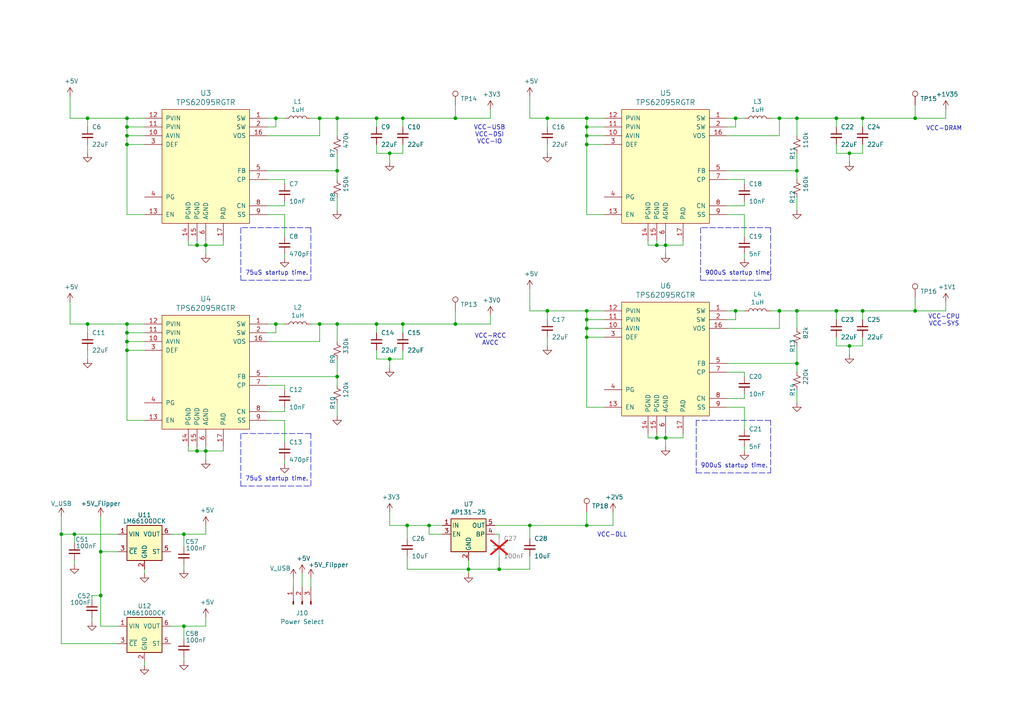
<source format=kicad_sch>
(kicad_sch (version 20231120) (generator "eeschema") (generator_version "8.0")
  (paper "A4")
  (lib_symbols
    (symbol "Connector:Conn_01x03_Pin" (pin_names (offset 1.016) hide)
      (property "Reference" "J" (at 0 5.08 0))
      (property "Value" "Conn_01x03_Pin" (at 0 -5.08 0))
      (symbol "Conn_01x03_Pin_1_1"
        (polyline (pts (xy 1.27 -2.54) (xy 0.8636 -2.54)) (stroke (width 0.1524)))
        (polyline (pts (xy 1.27 0) (xy 0.8636 0)) (stroke (width 0.1524)))
        (polyline (pts (xy 1.27 2.54) (xy 0.8636 2.54)) (stroke (width 0.1524)))
        (rectangle (start 0.8636 -2.413) (end 0 -2.667) (stroke (width 0.1524)) (fill (type outline)))
        (rectangle (start 0.8636 0.127) (end 0 -0.127) (stroke (width 0.1524)) (fill (type outline)))
        (rectangle (start 0.8636 2.667) (end 0 2.413) (stroke (width 0.1524)) (fill (type outline)))
        (pin passive line (at 5.08 2.54 180) (length 3.81) (name "Pin_1") (number "1"))
        (pin passive line (at 5.08 0 180) (length 3.81) (name "Pin_2") (number "2"))
        (pin passive line (at 5.08 -2.54 180) (length 3.81) (name "Pin_3") (number "3"))
      )
    )
    (symbol "Connector:TestPoint" (pin_numbers hide) (pin_names (offset 0.762) hide)
      (property "Reference" "TP" (at 0 6.858 0))
      (property "Value" "TestPoint" (at 0 5.08 0))
      (symbol "TestPoint_0_1"
        (circle (center 0 3.302) (radius 0.762))
      )
      (symbol "TestPoint_1_1"
        (pin passive line (at 0 0 90) (length 2.54) (name "1") (number "1"))
      )
    )
    (symbol "Device:C_Small" (pin_numbers hide) (pin_names (offset 0.254) hide)
      (property "Reference" "C" (at 0.254 1.778 0))
      (property "Value" "C_Small" (at 0.254 -2.032 0))
      (symbol "C_Small_0_1"
        (polyline (pts (xy -1.524 -0.508) (xy 1.524 -0.508)) (stroke (width 0.3302)))
        (polyline (pts (xy -1.524 0.508) (xy 1.524 0.508)) (stroke (width 0.3048)))
      )
      (symbol "C_Small_1_1"
        (pin passive line (at 0 2.54 270) (length 2.032) (name "~") (number "1"))
        (pin passive line (at 0 -2.54 90) (length 2.032) (name "~") (number "2"))
      )
    )
    (symbol "Device:L" (pin_numbers hide) (pin_names (offset 1.016) hide)
      (property "Reference" "L" (at -1.27 0 90))
      (property "Value" "L" (at 1.905 0 90))
      (symbol "L_0_1"
        (arc (start 0 -2.54) (mid 0.6323 -1.905) (end 0 -1.27))
        (arc (start 0 -1.27) (mid 0.6323 -0.635) (end 0 0))
        (arc (start 0 0) (mid 0.6323 0.635) (end 0 1.27))
        (arc (start 0 1.27) (mid 0.6323 1.905) (end 0 2.54))
      )
      (symbol "L_1_1"
        (pin passive line (at 0 3.81 270) (length 1.27) (name "1") (number "1"))
        (pin passive line (at 0 -3.81 90) (length 1.27) (name "2") (number "2"))
      )
    )
    (symbol "Device:R_Small_US" (pin_numbers hide) (pin_names (offset 0.254) hide)
      (property "Reference" "R" (at 0.762 0.508 0))
      (property "Value" "R_Small_US" (at 0.762 -1.016 0))
      (symbol "R_Small_US_1_1"
        (polyline (pts (xy 0 0) (xy 1.016 -0.381) (xy 0 -0.762) (xy -1.016 -1.143) (xy 0 -1.524)))
        (polyline (pts (xy 0 1.524) (xy 1.016 1.143) (xy 0 0.762) (xy -1.016 0.381) (xy 0 0)))
        (pin passive line (at 0 2.54 270) (length 1.016) (name "~") (number "1"))
        (pin passive line (at 0 -2.54 90) (length 1.016) (name "~") (number "2"))
      )
    )
    (symbol "Power_Management:LM66100DCK"
      (property "Reference" "U" (at -5.08 6.096 0))
      (property "Value" "LM66100DCK" (at 0.254 -6.35 0))
      (symbol "LM66100DCK_0_1"
        (rectangle (start -5.08 5.08) (end 5.08 -5.08) (stroke (width 0.254)) (fill (type background)))
      )
      (symbol "LM66100DCK_1_1"
        (pin power_in line (at -7.62 2.54 0) (length 2.54) (name "VIN") (number "1"))
        (pin power_in line (at 0 -7.62 90) (length 2.54) (name "GND") (number "2"))
        (pin input line (at -7.62 -2.54 0) (length 2.54) (name "~{CE}") (number "3"))
        (pin no_connect line (at 0 5.08 270) (length 2.54) hide (name "NC") (number "4"))
        (pin open_collector line (at 7.62 -2.54 180) (length 2.54) (name "ST") (number "5"))
        (pin power_out line (at 7.62 2.54 180) (length 2.54) (name "VOUT") (number "6"))
      )
    )
    (symbol "Regulator_Linear:AP131-25" (pin_names (offset 0.254))
      (property "Reference" "U" (at -3.81 5.715 0))
      (property "Value" "AP131-25" (at 0 5.715 0))
      (symbol "AP131-25_0_1"
        (rectangle (start -5.08 4.445) (end 5.08 -5.08) (stroke (width 0.254)) (fill (type background)))
      )
      (symbol "AP131-25_1_1"
        (pin power_in line (at -7.62 2.54 0) (length 2.54) (name "IN") (number "1"))
        (pin power_in line (at 0 -7.62 90) (length 2.54) (name "GND") (number "2"))
        (pin input line (at -7.62 0 0) (length 2.54) (name "EN") (number "3"))
        (pin input line (at 7.62 0 180) (length 2.54) (name "BP") (number "4"))
        (pin power_out line (at 7.62 2.54 180) (length 2.54) (name "OUT") (number "5"))
      )
    )
    (symbol "TI:TPS62095" (pin_names (offset 1.016))
      (property "Reference" "U" (at 0 6.35 0))
      (property "Value" "TPS62095" (at 0 3.81 0))
      (symbol "TPS62095_0_1"
        (rectangle (start -12.7 16.51) (end 12.7 -16.51) (fill (type background)))
      )
      (symbol "TPS62095_1_1"
        (pin bidirectional line (at 17.78 13.97 180) (length 5.08) (name "SW") (number "1"))
        (pin power_in line (at -17.78 8.89 0) (length 5.08) (name "AVIN") (number "10"))
        (pin power_in line (at -17.78 11.43 0) (length 5.08) (name "PVIN") (number "11"))
        (pin power_in line (at -17.78 13.97 0) (length 5.08) (name "PVIN") (number "12"))
        (pin input line (at -17.78 -13.97 0) (length 5.08) (name "EN") (number "13"))
        (pin power_in line (at -5.08 -21.59 90) (length 5.08) (name "PGND") (number "14"))
        (pin power_in line (at -2.54 -21.59 90) (length 5.08) (name "PGND") (number "15"))
        (pin input line (at 17.78 8.89 180) (length 5.08) (name "VOS") (number "16"))
        (pin power_in line (at 5.08 -21.59 90) (length 5.08) (name "PAD") (number "17"))
        (pin bidirectional line (at 17.78 11.43 180) (length 5.08) (name "SW") (number "2"))
        (pin input line (at -17.78 6.35 0) (length 5.08) (name "DEF") (number "3"))
        (pin open_collector line (at -17.78 -8.89 0) (length 5.08) (name "PG") (number "4"))
        (pin input line (at 17.78 -1.27 180) (length 5.08) (name "FB") (number "5"))
        (pin power_in line (at 0 -21.59 90) (length 5.08) (name "AGND") (number "6"))
        (pin bidirectional line (at 17.78 -3.81 180) (length 5.08) (name "CP") (number "7"))
        (pin bidirectional line (at 17.78 -11.43 180) (length 5.08) (name "CN") (number "8"))
        (pin input line (at 17.78 -13.97 180) (length 5.08) (name "SS") (number "9"))
      )
    )
    (symbol "hardware-rescue:+1V1-power" (power) (pin_names (offset 0))
      (property "Value" "power_+1V1" (at 0 3.556 0))
      (symbol "+1V1-power_0_1"
        (polyline (pts (xy -0.762 1.27) (xy 0 2.54)))
        (polyline (pts (xy 0 0) (xy 0 2.54)))
        (polyline (pts (xy 0 2.54) (xy 0.762 1.27)))
      )
      (symbol "+1V1-power_1_1"
        (pin power_in line (at 0 0 90) (length 0) hide (name "+1V1") (number "1"))
      )
    )
    (symbol "hardware-rescue:+1V35-power" (power) (pin_names (offset 0))
      (property "Value" "power_+1V35" (at 0 3.556 0))
      (symbol "+1V35-power_0_1"
        (polyline (pts (xy -0.762 1.27) (xy 0 2.54)))
        (polyline (pts (xy 0 0) (xy 0 2.54)))
        (polyline (pts (xy 0 2.54) (xy 0.762 1.27)))
      )
      (symbol "+1V35-power_1_1"
        (pin power_in line (at 0 0 90) (length 0) hide (name "+1V35") (number "1"))
      )
    )
    (symbol "hardware-rescue:+2V5-power" (power) (pin_names (offset 0))
      (property "Value" "power_+2V5" (at 0 3.556 0))
      (symbol "+2V5-power_0_1"
        (polyline (pts (xy -0.762 1.27) (xy 0 2.54)))
        (polyline (pts (xy 0 0) (xy 0 2.54)))
        (polyline (pts (xy 0 2.54) (xy 0.762 1.27)))
      )
      (symbol "+2V5-power_1_1"
        (pin power_in line (at 0 0 90) (length 0) hide (name "+2V5") (number "1"))
      )
    )
    (symbol "hardware-rescue:+3V0-power" (power) (pin_names (offset 0))
      (property "Value" "power_+3V0" (at 0 3.556 0))
      (symbol "+3V0-power_0_1"
        (polyline (pts (xy -0.762 1.27) (xy 0 2.54)))
        (polyline (pts (xy 0 0) (xy 0 2.54)))
        (polyline (pts (xy 0 2.54) (xy 0.762 1.27)))
      )
      (symbol "+3V0-power_1_1"
        (pin power_in line (at 0 0 90) (length 0) hide (name "+3V0") (number "1"))
      )
    )
    (symbol "hardware-rescue:+3V3-power" (power) (pin_names (offset 0))
      (property "Value" "power_+3V3" (at 0 3.556 0))
      (symbol "+3V3-power_0_1"
        (polyline (pts (xy -0.762 1.27) (xy 0 2.54)))
        (polyline (pts (xy 0 0) (xy 0 2.54)))
        (polyline (pts (xy 0 2.54) (xy 0.762 1.27)))
      )
      (symbol "+3V3-power_1_1"
        (pin power_in line (at 0 0 90) (length 0) hide (name "+3V3") (number "1"))
      )
    )
    (symbol "hardware-rescue:+5V-power" (power) (pin_names (offset 0))
      (property "Value" "power_+5V" (at 0 3.556 0))
      (symbol "+5V-power_0_1"
        (polyline (pts (xy -0.762 1.27) (xy 0 2.54)))
        (polyline (pts (xy 0 0) (xy 0 2.54)))
        (polyline (pts (xy 0 2.54) (xy 0.762 1.27)))
      )
      (symbol "+5V-power_1_1"
        (pin power_in line (at 0 0 90) (length 0) hide (name "+5V") (number "1"))
      )
    )
    (symbol "hardware-rescue:GND-power" (power) (pin_names (offset 0))
      (property "Value" "power_GND" (at 0 -3.81 0))
      (symbol "GND-power_0_1"
        (polyline (pts (xy 0 0) (xy 0 -1.27) (xy 1.27 -1.27) (xy 0 -2.54) (xy -1.27 -1.27) (xy 0 -1.27)))
      )
      (symbol "GND-power_1_1"
        (pin power_in line (at 0 0 270) (length 0) hide (name "GND") (number "1"))
      )
    )
    (symbol "power:+5V" (power) (pin_names (offset 0))
      (property "Value" "+5V" (at 0 3.556 0))
      (symbol "+5V_0_1"
        (polyline (pts (xy -0.762 1.27) (xy 0 2.54)))
        (polyline (pts (xy 0 0) (xy 0 2.54)))
        (polyline (pts (xy 0 2.54) (xy 0.762 1.27)))
      )
      (symbol "+5V_1_1"
        (pin power_in line (at 0 0 90) (length 0) hide (name "+5V") (number "1"))
      )
    )
  )
  (junction (at 231.14 90.17))
  (junction (at 21.59 154.94))
  (junction (at 170.18 36.83))
  (junction (at 92.71 93.98))
  (junction (at 59.69 71.12))
  (junction (at 158.75 34.29))
  (junction (at 190.5 127))
  (junction (at 36.83 36.83))
  (junction (at 250.19 90.17))
  (junction (at 97.79 93.98))
  (junction (at 57.15 71.12))
  (junction (at 124.46 152.4))
  (junction (at 25.4 34.29))
  (junction (at 36.83 41.91))
  (junction (at 193.04 127))
  (junction (at 226.06 90.17))
  (junction (at 231.14 105.41))
  (junction (at 92.71 34.29))
  (junction (at 265.43 34.29))
  (junction (at 170.18 97.79))
  (junction (at 36.83 34.29))
  (junction (at 97.79 49.53))
  (junction (at 170.18 39.37))
  (junction (at 25.4 93.98))
  (junction (at 170.18 95.25))
  (junction (at 265.43 90.17))
  (junction (at 109.22 34.29))
  (junction (at 153.67 152.4))
  (junction (at 242.57 34.29))
  (junction (at 116.84 34.29))
  (junction (at 158.75 90.17))
  (junction (at 53.34 181.61))
  (junction (at 97.79 34.29))
  (junction (at 113.03 104.14))
  (junction (at 118.11 152.4))
  (junction (at 116.84 93.98))
  (junction (at 135.89 165.1))
  (junction (at 59.69 130.81))
  (junction (at 53.34 154.94))
  (junction (at 242.57 90.17))
  (junction (at 57.15 130.81))
  (junction (at 97.79 109.22))
  (junction (at 36.83 39.37))
  (junction (at 36.83 93.98))
  (junction (at 190.5 71.12))
  (junction (at 250.19 34.29))
  (junction (at 29.21 172.72))
  (junction (at 226.06 34.29))
  (junction (at 170.18 90.17))
  (junction (at 29.21 160.02))
  (junction (at 113.03 44.45))
  (junction (at 36.83 101.6))
  (junction (at 170.18 152.4))
  (junction (at 80.01 93.98))
  (junction (at 17.78 154.94))
  (junction (at 213.36 90.17))
  (junction (at 144.78 165.1))
  (junction (at 109.22 93.98))
  (junction (at 132.08 34.29))
  (junction (at 213.36 34.29))
  (junction (at 231.14 49.53))
  (junction (at 246.38 100.33))
  (junction (at 246.38 44.45))
  (junction (at 132.08 93.98))
  (junction (at 80.01 34.29))
  (junction (at 36.83 96.52))
  (junction (at 170.18 92.71))
  (junction (at 231.14 34.29))
  (junction (at 193.04 71.12))
  (junction (at 170.18 34.29))
  (junction (at 170.18 41.91))
  (junction (at 36.83 99.06))
  (wire (pts (xy 210.82 52.07) (xy 215.9 52.07)))
  (wire (pts (xy 198.12 71.12) (xy 198.12 69.85)))
  (wire (pts (xy 109.22 93.98) (xy 116.84 93.98)))
  (wire (pts (xy 135.89 166.37) (xy 135.89 165.1)))
  (wire (pts (xy 36.83 121.92) (xy 41.91 121.92)))
  (wire (pts (xy 77.47 109.22) (xy 97.79 109.22)))
  (wire (pts (xy 213.36 92.71) (xy 213.36 90.17)))
  (wire (pts (xy 128.27 152.4) (xy 124.46 152.4)))
  (wire (pts (xy 82.55 134.62) (xy 82.55 133.35)))
  (wire (pts (xy 213.36 90.17) (xy 210.82 90.17)))
  (wire (pts (xy 274.32 34.29) (xy 274.32 31.75)))
  (wire (pts (xy 109.22 44.45) (xy 113.03 44.45)))
  (wire (pts (xy 124.46 154.94) (xy 124.46 152.4)))
  (wire (pts (xy 158.75 41.91) (xy 158.75 44.45)))
  (wire (pts (xy 36.83 96.52) (xy 36.83 99.06)))
  (wire (pts (xy 170.18 90.17) (xy 170.18 92.71)))
  (wire (pts (xy 36.83 39.37) (xy 41.91 39.37)))
  (wire (pts (xy 250.19 100.33) (xy 250.19 97.79)))
  (wire (pts (xy 59.69 130.81) (xy 59.69 133.35)))
  (wire (pts (xy 153.67 27.94) (xy 153.67 34.29)))
  (wire (pts (xy 59.69 71.12) (xy 59.69 73.66)))
  (wire (pts (xy 97.79 52.07) (xy 97.79 49.53)))
  (wire (pts (xy 223.52 34.29) (xy 226.06 34.29)))
  (wire (pts (xy 36.83 34.29) (xy 41.91 34.29)))
  (polyline (pts (xy 223.52 121.92) (xy 201.93 121.92)) (stroke (width 0) (type dash)))
  (wire (pts (xy 36.83 36.83) (xy 36.83 39.37)))
  (wire (pts (xy 77.47 49.53) (xy 97.79 49.53)))
  (wire (pts (xy 142.24 93.98) (xy 142.24 91.44)))
  (wire (pts (xy 153.67 165.1) (xy 144.78 165.1)))
  (wire (pts (xy 226.06 39.37) (xy 226.06 34.29)))
  (wire (pts (xy 97.79 39.37) (xy 97.79 34.29)))
  (wire (pts (xy 153.67 90.17) (xy 158.75 90.17)))
  (wire (pts (xy 153.67 34.29) (xy 158.75 34.29)))
  (wire (pts (xy 132.08 34.29) (xy 132.08 30.48)))
  (wire (pts (xy 21.59 154.94) (xy 34.29 154.94)))
  (wire (pts (xy 210.82 59.69) (xy 215.9 59.69)))
  (wire (pts (xy 215.9 62.23) (xy 215.9 68.58)))
  (wire (pts (xy 59.69 152.4) (xy 59.69 154.94)))
  (wire (pts (xy 170.18 152.4) (xy 177.8 152.4)))
  (wire (pts (xy 20.32 27.94) (xy 20.32 34.29)))
  (wire (pts (xy 53.34 191.77) (xy 53.34 190.5)))
  (wire (pts (xy 64.77 71.12) (xy 64.77 69.85)))
  (wire (pts (xy 29.21 149.86) (xy 29.21 160.02)))
  (wire (pts (xy 54.61 130.81) (xy 57.15 130.81)))
  (wire (pts (xy 226.06 34.29) (xy 231.14 34.29)))
  (wire (pts (xy 77.47 96.52) (xy 80.01 96.52)))
  (wire (pts (xy 77.47 119.38) (xy 82.55 119.38)))
  (wire (pts (xy 97.79 60.96) (xy 97.79 57.15)))
  (wire (pts (xy 246.38 44.45) (xy 246.38 46.99)))
  (wire (pts (xy 25.4 36.83) (xy 25.4 34.29)))
  (wire (pts (xy 109.22 104.14) (xy 113.03 104.14)))
  (wire (pts (xy 109.22 34.29) (xy 116.84 34.29)))
  (wire (pts (xy 170.18 97.79) (xy 175.26 97.79)))
  (polyline (pts (xy 90.17 125.73) (xy 69.85 125.73)) (stroke (width 0) (type dash)))
  (wire (pts (xy 153.67 161.29) (xy 153.67 165.1)))
  (wire (pts (xy 77.47 39.37) (xy 92.71 39.37)))
  (wire (pts (xy 213.36 90.17) (xy 215.9 90.17)))
  (wire (pts (xy 17.78 186.69) (xy 34.29 186.69)))
  (wire (pts (xy 143.51 154.94) (xy 144.78 154.94)))
  (wire (pts (xy 29.21 160.02) (xy 34.29 160.02)))
  (wire (pts (xy 242.57 97.79) (xy 242.57 100.33)))
  (wire (pts (xy 231.14 39.37) (xy 231.14 34.29)))
  (wire (pts (xy 82.55 62.23) (xy 82.55 68.58)))
  (wire (pts (xy 213.36 34.29) (xy 215.9 34.29)))
  (wire (pts (xy 231.14 60.96) (xy 231.14 57.15)))
  (wire (pts (xy 116.84 104.14) (xy 116.84 101.6)))
  (polyline (pts (xy 203.2 66.04) (xy 203.2 81.28)) (stroke (width 0) (type dash)))
  (wire (pts (xy 59.69 179.07) (xy 59.69 181.61)))
  (wire (pts (xy 53.34 181.61) (xy 59.69 181.61)))
  (wire (pts (xy 190.5 69.85) (xy 190.5 71.12)))
  (wire (pts (xy 57.15 69.85) (xy 57.15 71.12)))
  (polyline (pts (xy 69.85 140.97) (xy 90.17 140.97)) (stroke (width 0) (type dash)))
  (wire (pts (xy 25.4 96.52) (xy 25.4 93.98)))
  (wire (pts (xy 250.19 44.45) (xy 250.19 41.91)))
  (polyline (pts (xy 223.52 66.04) (xy 203.2 66.04)) (stroke (width 0) (type dash)))
  (wire (pts (xy 36.83 62.23) (xy 41.91 62.23)))
  (wire (pts (xy 210.82 39.37) (xy 226.06 39.37)))
  (wire (pts (xy 77.47 36.83) (xy 80.01 36.83)))
  (wire (pts (xy 170.18 41.91) (xy 175.26 41.91)))
  (wire (pts (xy 77.47 59.69) (xy 82.55 59.69)))
  (wire (pts (xy 109.22 36.83) (xy 109.22 34.29)))
  (wire (pts (xy 20.32 34.29) (xy 25.4 34.29)))
  (wire (pts (xy 190.5 127) (xy 193.04 127)))
  (wire (pts (xy 265.43 34.29) (xy 265.43 30.48)))
  (wire (pts (xy 77.47 99.06) (xy 92.71 99.06)))
  (polyline (pts (xy 203.2 81.28) (xy 223.52 81.28)) (stroke (width 0) (type dash)))
  (wire (pts (xy 29.21 172.72) (xy 29.21 181.61)))
  (wire (pts (xy 170.18 92.71) (xy 170.18 95.25)))
  (polyline (pts (xy 90.17 81.28) (xy 90.17 66.04)) (stroke (width 0) (type dash)))
  (wire (pts (xy 231.14 90.17) (xy 242.57 90.17)))
  (wire (pts (xy 80.01 93.98) (xy 77.47 93.98)))
  (wire (pts (xy 57.15 71.12) (xy 59.69 71.12)))
  (wire (pts (xy 158.75 36.83) (xy 158.75 34.29)))
  (wire (pts (xy 97.79 111.76) (xy 97.79 109.22)))
  (wire (pts (xy 82.55 119.38) (xy 82.55 118.11)))
  (wire (pts (xy 80.01 34.29) (xy 82.55 34.29)))
  (wire (pts (xy 170.18 92.71) (xy 175.26 92.71)))
  (wire (pts (xy 80.01 93.98) (xy 82.55 93.98)))
  (wire (pts (xy 82.55 121.92) (xy 82.55 128.27)))
  (wire (pts (xy 242.57 44.45) (xy 246.38 44.45)))
  (wire (pts (xy 116.84 34.29) (xy 132.08 34.29)))
  (wire (pts (xy 97.79 99.06) (xy 97.79 93.98)))
  (wire (pts (xy 36.83 39.37) (xy 36.83 41.91)))
  (wire (pts (xy 242.57 34.29) (xy 250.19 34.29)))
  (wire (pts (xy 54.61 69.85) (xy 54.61 71.12)))
  (wire (pts (xy 92.71 39.37) (xy 92.71 34.29)))
  (wire (pts (xy 77.47 62.23) (xy 82.55 62.23)))
  (wire (pts (xy 20.32 93.98) (xy 25.4 93.98)))
  (wire (pts (xy 187.96 125.73) (xy 187.96 127)))
  (wire (pts (xy 36.83 34.29) (xy 36.83 36.83)))
  (wire (pts (xy 118.11 152.4) (xy 113.03 152.4)))
  (wire (pts (xy 97.79 104.14) (xy 97.79 109.22)))
  (wire (pts (xy 170.18 118.11) (xy 175.26 118.11)))
  (wire (pts (xy 223.52 90.17) (xy 226.06 90.17)))
  (wire (pts (xy 250.19 34.29) (xy 265.43 34.29)))
  (wire (pts (xy 210.82 115.57) (xy 215.9 115.57)))
  (polyline (pts (xy 69.85 66.04) (xy 69.85 81.28)) (stroke (width 0) (type dash)))
  (wire (pts (xy 54.61 129.54) (xy 54.61 130.81)))
  (wire (pts (xy 41.91 191.77) (xy 41.91 193.04)))
  (wire (pts (xy 85.09 167.64) (xy 85.09 170.18)))
  (wire (pts (xy 250.19 36.83) (xy 250.19 34.29)))
  (wire (pts (xy 64.77 130.81) (xy 64.77 129.54)))
  (wire (pts (xy 158.75 90.17) (xy 170.18 90.17)))
  (wire (pts (xy 87.63 166.37) (xy 87.63 170.18)))
  (wire (pts (xy 153.67 152.4) (xy 153.67 156.21)))
  (wire (pts (xy 113.03 152.4) (xy 113.03 148.59)))
  (wire (pts (xy 92.71 34.29) (xy 97.79 34.29)))
  (wire (pts (xy 113.03 44.45) (xy 113.03 46.99)))
  (wire (pts (xy 231.14 100.33) (xy 231.14 105.41)))
  (wire (pts (xy 231.14 52.07) (xy 231.14 49.53)))
  (wire (pts (xy 170.18 152.4) (xy 170.18 148.59)))
  (wire (pts (xy 193.04 125.73) (xy 193.04 127)))
  (polyline (pts (xy 69.85 81.28) (xy 90.17 81.28)) (stroke (width 0) (type dash)))
  (wire (pts (xy 170.18 62.23) (xy 170.18 41.91)))
  (wire (pts (xy 116.84 36.83) (xy 116.84 34.29)))
  (wire (pts (xy 265.43 90.17) (xy 274.32 90.17)))
  (wire (pts (xy 132.08 93.98) (xy 142.24 93.98)))
  (wire (pts (xy 135.89 165.1) (xy 135.89 162.56)))
  (wire (pts (xy 226.06 90.17) (xy 231.14 90.17)))
  (wire (pts (xy 113.03 104.14) (xy 113.03 106.68)))
  (wire (pts (xy 265.43 34.29) (xy 274.32 34.29)))
  (wire (pts (xy 265.43 90.17) (xy 265.43 86.36)))
  (wire (pts (xy 36.83 99.06) (xy 41.91 99.06)))
  (wire (pts (xy 36.83 99.06) (xy 36.83 101.6)))
  (wire (pts (xy 36.83 41.91) (xy 41.91 41.91)))
  (wire (pts (xy 25.4 41.91) (xy 25.4 44.45)))
  (wire (pts (xy 215.9 118.11) (xy 215.9 124.46)))
  (wire (pts (xy 231.14 95.25) (xy 231.14 90.17)))
  (wire (pts (xy 59.69 129.54) (xy 59.69 130.81)))
  (wire (pts (xy 215.9 59.69) (xy 215.9 58.42)))
  (wire (pts (xy 153.67 83.82) (xy 153.67 90.17)))
  (wire (pts (xy 153.67 152.4) (xy 170.18 152.4)))
  (wire (pts (xy 193.04 69.85) (xy 193.04 71.12)))
  (wire (pts (xy 53.34 154.94) (xy 59.69 154.94)))
  (wire (pts (xy 20.32 87.63) (xy 20.32 93.98)))
  (wire (pts (xy 25.4 101.6) (xy 25.4 104.14)))
  (wire (pts (xy 90.17 167.64) (xy 90.17 170.18)))
  (wire (pts (xy 246.38 100.33) (xy 250.19 100.33)))
  (wire (pts (xy 215.9 130.81) (xy 215.9 129.54)))
  (wire (pts (xy 17.78 149.86) (xy 17.78 154.94)))
  (wire (pts (xy 82.55 74.93) (xy 82.55 73.66)))
  (wire (pts (xy 59.69 130.81) (xy 64.77 130.81)))
  (wire (pts (xy 210.82 92.71) (xy 213.36 92.71)))
  (wire (pts (xy 231.14 44.45) (xy 231.14 49.53)))
  (wire (pts (xy 210.82 95.25) (xy 226.06 95.25)))
  (wire (pts (xy 109.22 41.91) (xy 109.22 44.45)))
  (wire (pts (xy 210.82 62.23) (xy 215.9 62.23)))
  (wire (pts (xy 193.04 127) (xy 193.04 129.54)))
  (wire (pts (xy 49.53 181.61) (xy 53.34 181.61)))
  (wire (pts (xy 231.14 34.29) (xy 242.57 34.29)))
  (polyline (pts (xy 69.85 125.73) (xy 69.85 140.97)) (stroke (width 0) (type dash)))
  (wire (pts (xy 57.15 130.81) (xy 59.69 130.81)))
  (wire (pts (xy 116.84 44.45) (xy 116.84 41.91)))
  (wire (pts (xy 29.21 181.61) (xy 34.29 181.61)))
  (wire (pts (xy 242.57 36.83) (xy 242.57 34.29)))
  (wire (pts (xy 36.83 93.98) (xy 41.91 93.98)))
  (wire (pts (xy 77.47 121.92) (xy 82.55 121.92)))
  (wire (pts (xy 170.18 36.83) (xy 170.18 39.37)))
  (wire (pts (xy 210.82 118.11) (xy 215.9 118.11)))
  (wire (pts (xy 109.22 96.52) (xy 109.22 93.98)))
  (wire (pts (xy 82.55 111.76) (xy 82.55 113.03)))
  (wire (pts (xy 198.12 127) (xy 198.12 125.73)))
  (wire (pts (xy 36.83 101.6) (xy 41.91 101.6)))
  (wire (pts (xy 143.51 152.4) (xy 153.67 152.4)))
  (wire (pts (xy 53.34 154.94) (xy 53.34 158.75)))
  (wire (pts (xy 210.82 105.41) (xy 231.14 105.41)))
  (wire (pts (xy 190.5 71.12) (xy 193.04 71.12)))
  (wire (pts (xy 210.82 49.53) (xy 231.14 49.53)))
  (wire (pts (xy 215.9 115.57) (xy 215.9 114.3)))
  (wire (pts (xy 113.03 44.45) (xy 116.84 44.45)))
  (polyline (pts (xy 201.93 137.16) (xy 223.52 137.16)) (stroke (width 0) (type dash)))
  (polyline (pts (xy 201.93 121.92) (xy 201.93 137.16)) (stroke (width 0) (type dash)))
  (wire (pts (xy 97.79 93.98) (xy 109.22 93.98)))
  (wire (pts (xy 242.57 90.17) (xy 250.19 90.17)))
  (wire (pts (xy 118.11 156.21) (xy 118.11 152.4)))
  (wire (pts (xy 29.21 160.02) (xy 29.21 172.72)))
  (wire (pts (xy 118.11 165.1) (xy 118.11 161.29)))
  (wire (pts (xy 109.22 101.6) (xy 109.22 104.14)))
  (polyline (pts (xy 90.17 66.04) (xy 69.85 66.04)) (stroke (width 0) (type dash)))
  (wire (pts (xy 242.57 100.33) (xy 246.38 100.33)))
  (wire (pts (xy 59.69 71.12) (xy 64.77 71.12)))
  (wire (pts (xy 132.08 34.29) (xy 142.24 34.29)))
  (wire (pts (xy 90.17 93.98) (xy 92.71 93.98)))
  (wire (pts (xy 92.71 99.06) (xy 92.71 93.98)))
  (wire (pts (xy 36.83 121.92) (xy 36.83 101.6)))
  (polyline (pts (xy 223.52 81.28) (xy 223.52 66.04)) (stroke (width 0) (type dash)))
  (wire (pts (xy 97.79 34.29) (xy 109.22 34.29)))
  (wire (pts (xy 77.47 52.07) (xy 82.55 52.07)))
  (wire (pts (xy 142.24 34.29) (xy 142.24 31.75)))
  (wire (pts (xy 26.67 172.72) (xy 29.21 172.72)))
  (wire (pts (xy 213.36 36.83) (xy 213.36 34.29)))
  (wire (pts (xy 231.14 107.95) (xy 231.14 105.41)))
  (wire (pts (xy 54.61 71.12) (xy 57.15 71.12)))
  (wire (pts (xy 53.34 181.61) (xy 53.34 185.42)))
  (wire (pts (xy 21.59 154.94) (xy 21.59 157.48)))
  (wire (pts (xy 135.89 165.1) (xy 118.11 165.1)))
  (wire (pts (xy 92.71 93.98) (xy 97.79 93.98)))
  (wire (pts (xy 170.18 39.37) (xy 170.18 41.91)))
  (wire (pts (xy 116.84 96.52) (xy 116.84 93.98)))
  (wire (pts (xy 25.4 34.29) (xy 36.83 34.29)))
  (wire (pts (xy 21.59 163.83) (xy 21.59 162.56)))
  (wire (pts (xy 250.19 90.17) (xy 265.43 90.17)))
  (wire (pts (xy 36.83 93.98) (xy 36.83 96.52)))
  (wire (pts (xy 57.15 129.54) (xy 57.15 130.81)))
  (wire (pts (xy 128.27 154.94) (xy 124.46 154.94)))
  (wire (pts (xy 170.18 90.17) (xy 175.26 90.17)))
  (polyline (pts (xy 90.17 140.97) (xy 90.17 125.73)) (stroke (width 0) (type dash)))
  (wire (pts (xy 170.18 95.25) (xy 175.26 95.25)))
  (wire (pts (xy 170.18 36.83) (xy 175.26 36.83)))
  (wire (pts (xy 246.38 44.45) (xy 250.19 44.45)))
  (wire (pts (xy 170.18 62.23) (xy 175.26 62.23)))
  (wire (pts (xy 82.55 59.69) (xy 82.55 58.42)))
  (wire (pts (xy 187.96 69.85) (xy 187.96 71.12)))
  (wire (pts (xy 170.18 118.11) (xy 170.18 97.79)))
  (wire (pts (xy 215.9 74.93) (xy 215.9 73.66)))
  (wire (pts (xy 170.18 95.25) (xy 170.18 97.79)))
  (wire (pts (xy 59.69 69.85) (xy 59.69 71.12)))
  (wire (pts (xy 187.96 127) (xy 190.5 127)))
  (wire (pts (xy 26.67 172.72) (xy 26.67 173.99)))
  (wire (pts (xy 215.9 52.07) (xy 215.9 53.34)))
  (wire (pts (xy 170.18 34.29) (xy 170.18 36.83)))
  (wire (pts (xy 17.78 154.94) (xy 21.59 154.94)))
  (wire (pts (xy 144.78 161.29) (xy 144.78 165.1)))
  (wire (pts (xy 80.01 34.29) (xy 77.47 34.29)))
  (wire (pts (xy 158.75 34.29) (xy 170.18 34.29)))
  (wire (pts (xy 90.17 34.29) (xy 92.71 34.29)))
  (wire (pts (xy 17.78 154.94) (xy 17.78 186.69)))
  (wire (pts (xy 170.18 39.37) (xy 175.26 39.37)))
  (wire (pts (xy 144.78 154.94) (xy 144.78 156.21)))
  (wire (pts (xy 116.84 93.98) (xy 132.08 93.98)))
  (wire (pts (xy 242.57 41.91) (xy 242.57 44.45)))
  (wire (pts (xy 49.53 154.94) (xy 53.34 154.94)))
  (wire (pts (xy 97.79 44.45) (xy 97.79 49.53)))
  (wire (pts (xy 190.5 125.73) (xy 190.5 127)))
  (wire (pts (xy 210.82 107.95) (xy 215.9 107.95)))
  (wire (pts (xy 80.01 96.52) (xy 80.01 93.98)))
  (wire (pts (xy 210.82 36.83) (xy 213.36 36.83)))
  (wire (pts (xy 250.19 92.71) (xy 250.19 90.17)))
  (wire (pts (xy 193.04 71.12) (xy 193.04 73.66)))
  (wire (pts (xy 226.06 95.25) (xy 226.06 90.17)))
  (wire (pts (xy 193.04 71.12) (xy 198.12 71.12)))
  (wire (pts (xy 246.38 100.33) (xy 246.38 102.87)))
  (wire (pts (xy 26.67 180.34) (xy 26.67 179.07)))
  (wire (pts (xy 36.83 62.23) (xy 36.83 41.91)))
  (wire (pts (xy 213.36 34.29) (xy 210.82 34.29)))
  (wire (pts (xy 113.03 104.14) (xy 116.84 104.14)))
  (wire (pts (xy 158.75 97.79) (xy 158.75 100.33)))
  (wire (pts (xy 82.55 52.07) (xy 82.55 53.34)))
  (wire (pts (xy 231.14 116.84) (xy 231.14 113.03)))
  (wire (pts (xy 97.79 120.65) (xy 97.79 116.84)))
  (wire (pts (xy 193.04 127) (xy 198.12 127)))
  (wire (pts (xy 132.08 93.98) (xy 132.08 90.17)))
  (wire (pts (xy 53.34 165.1) (xy 53.34 163.83)))
  (polyline (pts (xy 223.52 137.16) (xy 223.52 121.92)) (stroke (width 0) (type dash)))
  (wire (pts (xy 177.8 152.4) (xy 177.8 148.59)))
  (wire (pts (xy 274.32 90.17) (xy 274.32 87.63)))
  (wire (pts (xy 215.9 107.95) (xy 215.9 109.22)))
  (wire (pts (xy 25.4 93.98) (xy 36.83 93.98)))
  (wire (pts (xy 41.91 165.1) (xy 41.91 166.37)))
  (wire (pts (xy 158.75 92.71) (xy 158.75 90.17)))
  (wire (pts (xy 36.83 36.83) (xy 41.91 36.83)))
  (wire (pts (xy 36.83 96.52) (xy 41.91 96.52)))
  (wire (pts (xy 77.47 111.76) (xy 82.55 111.76)))
  (wire (pts (xy 80.01 36.83) (xy 80.01 34.29)))
  (wire (pts (xy 242.57 92.71) (xy 242.57 90.17)))
  (wire (pts (xy 187.96 71.12) (xy 190.5 71.12)))
  (wire (pts (xy 124.46 152.4) (xy 118.11 152.4)))
  (wire (pts (xy 170.18 34.29) (xy 175.26 34.29)))
  (wire (pts (xy 144.78 165.1) (xy 135.89 165.1)))
  (text "900uS startup time." (at 203.2 135.89 0) (effects (font (size 1.27 1.27)) (justify left bottom)))
  (text "VCC-DRAM" (at 273.812 37.338 0) (effects (font (size 1.27 1.27))))
  (text "VCC-USB\nVCC-DSI\nVCC-IO" (at 141.986 39.116 0) (effects (font (size 1.27 1.27))))
  (text "900uS startup time." (at 204.47 80.01 0) (effects (font (size 1.27 1.27)) (justify left bottom)))
  (text "VCC-CPU\nVCC-SYS" (at 273.812 92.964 0) (effects (font (size 1.27 1.27))))
  (text "VCC-RCC\nAVCC" (at 142.24 98.552 0) (effects (font (size 1.27 1.27))))
  (text "75uS startup time." (at 71.12 139.7 0) (effects (font (size 1.27 1.27)) (justify left bottom)))
  (text "75uS startup time." (at 71.12 80.01 0) (effects (font (size 1.27 1.27)) (justify left bottom)))
  (text "VCC-DLL" (at 177.546 155.194 0) (effects (font (size 1.27 1.27))))
  (symbol (lib_id "Device:C_Small") (at 53.34 161.29 0) (unit 1)
    (property "Reference" "C57" (at 53.721 157.099 0) (effects (justify left)))
    (property "Value" "100nF" (at 53.848 159.004 0) (effects (justify left)))
    (property "Footprint" "Capacitor_SMD:C_0402_1005Metric" (effects (hide yes)))
    (property "MPN" "CC0402KRX7R7BB104" (effects (hide yes)))
  )
  (symbol (lib_id "Device:C_Small") (at 82.55 55.88 0) (unit 1)
    (property "Reference" "C7" (at 83.82 53.34 0) (effects (justify left)))
    (property "Value" "10nF" (at 83.82 58.42 0) (effects (justify left)))
    (property "Footprint" "Capacitor_SMD:C_0402_1005Metric" (effects (hide yes)))
    (property "MPN" "CL05B103KB5NNNC" (effects (hide yes)))
  )
  (symbol (lib_id "hardware-rescue:GND-power") (at 59.69 73.66 0) (unit 1)
    (property "Reference" "#PWR018" (effects (hide yes)))
    (property "Value" "GND" (effects (hide yes)))
  )
  (symbol (lib_id "power:+5V") (at 59.69 179.07 0) (unit 1)
    (property "Reference" "#PWR0136" (effects (hide yes)))
    (property "Value" "+5V" (at 60.071 174.6758 0))
  )
  (symbol (lib_id "hardware-rescue:+1V35-power") (at 274.32 31.75 0) (unit 1)
    (property "Reference" "#PWR044" (effects (hide yes)))
    (property "Value" "+1V35" (at 274.701 27.3558 0))
  )
  (symbol (lib_id "Device:C_Small") (at 215.9 111.76 0) (unit 1)
    (property "Reference" "C20" (at 217.17 109.22 0) (effects (justify left)))
    (property "Value" "10nF" (at 217.17 114.3 0) (effects (justify left)))
    (property "Footprint" "Capacitor_SMD:C_0402_1005Metric" (effects (hide yes)))
    (property "MPN" "CL05B103KB5NNNC" (effects (hide yes)))
  )
  (symbol (lib_id "Device:R_Small_US") (at 231.14 110.49 0) (unit 1)
    (property "Reference" "R14" (at 229.87 113.03 90))
    (property "Value" "220k" (at 233.68 109.22 90))
    (property "Footprint" "Resistor_SMD:R_0402_1005Metric" (effects (hide yes)))
    (property "MPN" "ERJPA2F2203X" (effects (hide yes)))
  )
  (symbol (lib_id "Power_Management:LM66100DCK") (at 41.91 157.48 0) (unit 1)
    (property "Reference" "U11" (at 41.91 149.352 0))
    (property "Value" "LM66100DCK" (at 41.91 151.13 0))
    (property "Footprint" "Package_TO_SOT_SMD:SOT-363_SC-70-6" (effects (hide yes)))
    (property "Datasheet" "https://www.ti.com/lit/ds/symlink/lm66100.pdf" (effects (hide yes)))
    (property "Description" "Ideal Diode With Input Polarity Protection 1.5 - 5.5V  Input Voltage, 1.5A Output Current, Ron 141 mOhm, SC-70-6" (effects (hide yes)))
    (property "MPN" "LM66100DCKR" (effects (hide yes)))
  )
  (symbol (lib_id "Device:C_Small") (at 109.22 39.37 0) (unit 1)
    (property "Reference" "C9" (at 110.49 36.83 0) (effects (justify left)))
    (property "Value" "22uF" (at 110.49 41.91 0) (effects (justify left)))
    (property "Footprint" "Capacitor_SMD:C_0805_2012Metric" (effects (hide yes)))
    (property "MPN" "CL21A226MQQNNNE" (effects (hide yes)))
  )
  (symbol (lib_id "Device:C_Small") (at 118.11 158.75 0) (unit 1)
    (property "Reference" "C26" (at 119.38 156.21 0) (effects (justify left)))
    (property "Value" "10uF" (at 119.38 161.29 0) (effects (justify left)))
    (property "Footprint" "Capacitor_SMD:C_0805_2012Metric" (effects (hide yes)))
    (property "MPN" "GRM21BR70J106KE76L" (effects (hide yes)))
  )
  (symbol (lib_id "Device:C_Small") (at 158.75 39.37 0) (unit 1)
    (property "Reference" "C16" (at 160.02 36.83 0) (effects (justify left)))
    (property "Value" "22uF" (at 160.02 41.91 0) (effects (justify left)))
    (property "Footprint" "Capacitor_SMD:C_0805_2012Metric" (effects (hide yes)))
    (property "MPN" "CL21A226MQQNNNE" (effects (hide yes)))
  )
  (symbol (lib_id "Device:C_Small") (at 215.9 127 0) (unit 1)
    (property "Reference" "C21" (at 217.17 124.46 0) (effects (justify left)))
    (property "Value" "5nF" (at 217.17 129.54 0) (effects (justify left)))
    (property "Footprint" "Capacitor_SMD:C_0402_1005Metric" (effects (hide yes)))
    (property "MPN" "CC0402KRX7R9BB562" (effects (hide yes)))
  )
  (symbol (lib_id "Device:R_Small_US") (at 97.79 114.3 0) (unit 1)
    (property "Reference" "R10" (at 96.52 116.84 90))
    (property "Value" "120k" (at 100.33 113.03 90))
    (property "Footprint" "Resistor_SMD:R_0402_1005Metric" (effects (hide yes)))
    (property "MPN" "RTT021203FTH" (effects (hide yes)))
  )
  (symbol (lib_id "Device:C_Small") (at 53.34 187.96 0) (unit 1)
    (property "Reference" "C58" (at 53.721 183.769 0) (effects (justify left)))
    (property "Value" "100nF" (at 53.848 185.674 0) (effects (justify left)))
    (property "Footprint" "Capacitor_SMD:C_0402_1005Metric" (effects (hide yes)))
    (property "MPN" "CC0402KRX7R7BB104" (effects (hide yes)))
  )
  (symbol (lib_id "Device:C_Small") (at 82.55 130.81 0) (unit 1)
    (property "Reference" "C13" (at 83.82 128.27 0) (effects (justify left)))
    (property "Value" "470pF" (at 83.82 133.35 0) (effects (justify left)))
    (property "Footprint" "Capacitor_SMD:C_0402_1005Metric" (effects (hide yes)))
    (property "MPN" "CL05B471KB5NNNC" (effects (hide yes)))
  )
  (symbol (lib_id "Device:R_Small_US") (at 231.14 41.91 0) (unit 1)
    (property "Reference" "R11" (at 229.87 44.45 90))
    (property "Value" "110k" (at 233.68 40.64 90))
    (property "Footprint" "Resistor_SMD:R_0402_1005Metric" (effects (hide yes)))
    (property "MPN" "RTT021103FTH" (effects (hide yes)))
  )
  (symbol (lib_id "TI:TPS62095") (at 193.04 48.26 0) (unit 1)
    (property "Reference" "U5" (at 193.04 27.0002 0) (effects (font (size 1.524 1.524))))
    (property "Value" "TPS62095RGTR" (at 193.04 29.6926 0) (effects (font (size 1.524 1.524))))
    (property "Footprint" "TI:TI_RTE_S-PWQFN-N16" (effects (hide yes)))
    (property "MPN" "TPS62095RGTR" (effects (hide yes)))
  )
  (symbol (lib_id "hardware-rescue:GND-power") (at 193.04 129.54 0) (unit 1)
    (property "Reference" "#PWR036" (effects (hide yes)))
    (property "Value" "GND" (effects (hide yes)))
  )
  (symbol (lib_id "hardware-rescue:GND-power") (at 215.9 130.81 0) (unit 1)
    (property "Reference" "#PWR038" (effects (hide yes)))
    (property "Value" "GND" (effects (hide yes)))
  )
  (symbol (lib_id "hardware-rescue:GND-power") (at 82.55 134.62 0) (unit 1)
    (property "Reference" "#PWR021" (effects (hide yes)))
    (property "Value" "GND" (effects (hide yes)))
  )
  (symbol (lib_id "Device:L") (at 86.36 34.29 90) (unit 1)
    (property "Reference" "L1" (at 86.36 29.464 90))
    (property "Value" "1uH" (at 86.36 31.7754 90))
    (property "Footprint" "SNH.4020.TYB1R0MT00:SNH.4020.TYB1R0MT00" (effects (hide yes)))
    (property "MPN" "SNH.4020.TYB1R0MT00" (effects (hide yes)))
  )
  (symbol (lib_id "hardware-rescue:+3V3-power") (at 142.24 31.75 0) (unit 1)
    (property "Reference" "#PWR028" (effects (hide yes)))
    (property "Value" "+3V3" (at 142.621 27.3558 0))
  )
  (symbol (lib_id "Device:C_Small") (at 215.9 55.88 0) (unit 1)
    (property "Reference" "C18" (at 217.17 53.34 0) (effects (justify left)))
    (property "Value" "10nF" (at 217.17 58.42 0) (effects (justify left)))
    (property "Footprint" "Capacitor_SMD:C_0402_1005Metric" (effects (hide yes)))
    (property "MPN" "CL05B103KB5NNNC" (effects (hide yes)))
  )
  (symbol (lib_id "Device:R_Small_US") (at 231.14 54.61 0) (unit 1)
    (property "Reference" "R12" (at 229.87 57.15 90))
    (property "Value" "160k" (at 233.68 53.34 90))
    (property "Footprint" "Resistor_SMD:R_0402_1005Metric" (effects (hide yes)))
    (property "MPN" "0402WGF1603TCE" (effects (hide yes)))
  )
  (symbol (lib_id "Connector:TestPoint") (at 265.43 30.48 0) (unit 1) (in_bom no)
    (property "Reference" "TP15" (at 266.9032 28.6512 0) (effects (justify left)))
    (property "Value" "TestPoint" (effects (hide yes)))
    (property "Footprint" "TestPoint:TestPoint_Pad_1.0x1.0mm" (effects (hide yes)))
  )
  (symbol (lib_id "Connector:TestPoint") (at 170.18 148.59 0) (unit 1) (in_bom no)
    (property "Reference" "TP18" (at 171.6532 146.7612 0) (effects (justify left)))
    (property "Value" "TestPoint" (effects (hide yes)))
    (property "Footprint" "TestPoint:TestPoint_Pad_1.0x1.0mm" (effects (hide yes)))
  )
  (symbol (lib_id "hardware-rescue:GND-power") (at 246.38 46.99 0) (unit 1)
    (property "Reference" "#PWR041" (effects (hide yes)))
    (property "Value" "GND" (effects (hide yes)))
  )
  (symbol (lib_id "power:+5V") (at 85.09 167.64 0) (unit 1)
    (property "Reference" "#PWR095" (effects (hide yes)))
    (property "Value" "V_USB" (at 81.28 164.846 0))
  )
  (symbol (lib_id "TI:TPS62095") (at 59.69 107.95 0) (unit 1)
    (property "Reference" "U4" (at 59.69 86.6902 0) (effects (font (size 1.524 1.524))))
    (property "Value" "TPS62095RGTR" (at 59.69 89.3826 0) (effects (font (size 1.524 1.524))))
    (property "Footprint" "TI:TI_RTE_S-PWQFN-N16" (effects (hide yes)))
    (property "MPN" "TPS62095RGTR" (effects (hide yes)))
  )
  (symbol (lib_id "hardware-rescue:+5V-power") (at 20.32 27.94 0) (unit 1)
    (property "Reference" "#PWR06" (effects (hide yes)))
    (property "Value" "+5V" (at 20.701 23.5458 0))
  )
  (symbol (lib_id "Device:C_Small") (at 250.19 95.25 0) (unit 1)
    (property "Reference" "C25" (at 251.46 92.71 0) (effects (justify left)))
    (property "Value" "22uF" (at 251.46 97.79 0) (effects (justify left)))
    (property "Footprint" "Capacitor_SMD:C_0805_2012Metric" (effects (hide yes)))
    (property "MPN" "CL21A226MQQNNNE" (effects (hide yes)))
  )
  (symbol (lib_id "hardware-rescue:GND-power") (at 113.03 106.68 0) (unit 1)
    (property "Reference" "#PWR025" (effects (hide yes)))
    (property "Value" "GND" (effects (hide yes)))
  )
  (symbol (lib_id "hardware-rescue:GND-power") (at 97.79 120.65 0) (unit 1)
    (property "Reference" "#PWR023" (effects (hide yes)))
    (property "Value" "GND" (effects (hide yes)))
  )
  (symbol (lib_id "Device:C_Small") (at 25.4 39.37 0) (unit 1)
    (property "Reference" "C6" (at 26.67 36.83 0) (effects (justify left)))
    (property "Value" "22uF" (at 26.67 41.91 0) (effects (justify left)))
    (property "Footprint" "Capacitor_SMD:C_0805_2012Metric" (effects (hide yes)))
    (property "MPN" "CL21A226MQQNNNE" (effects (hide yes)))
  )
  (symbol (lib_id "Device:C_Small") (at 158.75 95.25 0) (unit 1)
    (property "Reference" "C17" (at 160.02 92.71 0) (effects (justify left)))
    (property "Value" "22uF" (at 160.02 97.79 0) (effects (justify left)))
    (property "Footprint" "Capacitor_SMD:C_0805_2012Metric" (effects (hide yes)))
    (property "MPN" "CL21A226MQQNNNE" (effects (hide yes)))
  )
  (symbol (lib_id "Device:L") (at 86.36 93.98 90) (unit 1)
    (property "Reference" "L2" (at 86.36 89.154 90))
    (property "Value" "1uH" (at 86.36 91.4654 90))
    (property "Footprint" "SNH.4020.TYB1R0MT00:SNH.4020.TYB1R0MT00" (effects (hide yes)))
    (property "MPN" "SNH.4020.TYB1R0MT00" (effects (hide yes)))
  )
  (symbol (lib_id "hardware-rescue:+3V3-power") (at 113.03 148.59 0) (unit 1)
    (property "Reference" "#PWR026" (effects (hide yes)))
    (property "Value" "+3V3" (at 113.411 144.1958 0))
  )
  (symbol (lib_id "Device:C_Small") (at 153.67 158.75 0) (unit 1)
    (property "Reference" "C28" (at 154.94 156.21 0) (effects (justify left)))
    (property "Value" "10uF" (at 154.94 161.29 0) (effects (justify left)))
    (property "Footprint" "Capacitor_SMD:C_0805_2012Metric" (effects (hide yes)))
    (property "MPN" "GRM21BR70J106KE76L" (effects (hide yes)))
  )
  (symbol (lib_id "hardware-rescue:+5V-power") (at 20.32 87.63 0) (unit 1)
    (property "Reference" "#PWR015" (effects (hide yes)))
    (property "Value" "+5V" (at 20.701 83.2358 0))
  )
  (symbol (lib_id "power:+5V") (at 87.63 166.37 0) (unit 1)
    (property "Reference" "#PWR096" (effects (hide yes)))
    (property "Value" "+5V" (at 88.011 161.9758 0))
  )
  (symbol (lib_id "hardware-rescue:+5V-power") (at 153.67 83.82 0) (unit 1)
    (property "Reference" "#PWR031" (effects (hide yes)))
    (property "Value" "+5V" (at 154.051 79.4258 0))
  )
  (symbol (lib_id "Device:C_Small") (at 21.59 160.02 0) (unit 1)
    (property "Reference" "C51" (at 21.844 156.464 0) (effects (justify left)))
    (property "Value" "100nF" (at 21.971 158.369 0) (effects (justify left)))
    (property "Footprint" "Capacitor_SMD:C_0402_1005Metric" (effects (hide yes)))
    (property "MPN" "CC0402KRX7R7BB104" (effects (hide yes)))
  )
  (symbol (lib_id "hardware-rescue:GND-power") (at 25.4 104.14 0) (unit 1)
    (property "Reference" "#PWR017" (effects (hide yes)))
    (property "Value" "GND" (effects (hide yes)))
  )
  (symbol (lib_id "Power_Management:LM66100DCK") (at 41.91 184.15 0) (unit 1)
    (property "Reference" "U12" (at 41.91 175.768 0))
    (property "Value" "LM66100DCK" (at 41.91 177.8 0))
    (property "Footprint" "Package_TO_SOT_SMD:SOT-363_SC-70-6" (effects (hide yes)))
    (property "Datasheet" "https://www.ti.com/lit/ds/symlink/lm66100.pdf" (effects (hide yes)))
    (property "Description" "Ideal Diode With Input Polarity Protection 1.5 - 5.5V  Input Voltage, 1.5A Output Current, Ron 141 mOhm, SC-70-6" (effects (hide yes)))
    (property "MPN" "LM66100DCKR" (effects (hide yes)))
  )
  (symbol (lib_id "power:+5V") (at 59.69 152.4 0) (unit 1)
    (property "Reference" "#PWR0135" (effects (hide yes)))
    (property "Value" "+5V" (at 60.071 148.0058 0))
  )
  (symbol (lib_id "hardware-rescue:GND-power") (at 53.34 165.1 0) (mirror y) (unit 1)
    (property "Reference" "#PWR0133" (effects (hide yes)))
    (property "Value" "GND" (effects (hide yes)))
  )
  (symbol (lib_id "Connector:Conn_01x03_Pin") (at 87.63 175.26 90) (unit 1) (in_bom no)
    (property "Reference" "J10" (at 87.63 177.8 90))
    (property "Value" "Power Select" (at 87.63 180.34 90))
    (property "Footprint" "Connector_PinHeader_2.54mm:PinHeader_1x03_P2.54mm_Vertical" (effects (hide yes)))
    (property "Description" "Generic connector, single row, 01x03, script generated" (effects (hide yes)))
  )
  (symbol (lib_id "hardware-rescue:GND-power") (at 193.04 73.66 0) (unit 1)
    (property "Reference" "#PWR035" (effects (hide yes)))
    (property "Value" "GND" (effects (hide yes)))
  )
  (symbol (lib_id "Device:C_Small") (at 215.9 71.12 0) (unit 1)
    (property "Reference" "C19" (at 217.17 68.58 0) (effects (justify left)))
    (property "Value" "5nF" (at 217.17 73.66 0) (effects (justify left)))
    (property "Footprint" "Capacitor_SMD:C_0402_1005Metric" (effects (hide yes)))
    (property "MPN" "CC0402KRX7R9BB562" (effects (hide yes)))
  )
  (symbol (lib_id "Device:C_Small") (at 242.57 95.25 0) (unit 1)
    (property "Reference" "C23" (at 243.84 92.71 0) (effects (justify left)))
    (property "Value" "22uF" (at 243.84 97.79 0) (effects (justify left)))
    (property "Footprint" "Capacitor_SMD:C_0805_2012Metric" (effects (hide yes)))
    (property "MPN" "CL21A226MQQNNNE" (effects (hide yes)))
  )
  (symbol (lib_id "hardware-rescue:GND-power") (at 231.14 116.84 0) (unit 1)
    (property "Reference" "#PWR040" (effects (hide yes)))
    (property "Value" "GND" (effects (hide yes)))
  )
  (symbol (lib_id "hardware-rescue:GND-power") (at 231.14 60.96 0) (unit 1)
    (property "Reference" "#PWR039" (effects (hide yes)))
    (property "Value" "GND" (effects (hide yes)))
  )
  (symbol (lib_id "hardware-rescue:GND-power") (at 215.9 74.93 0) (unit 1)
    (property "Reference" "#PWR037" (effects (hide yes)))
    (property "Value" "GND" (effects (hide yes)))
  )
  (symbol (lib_id "TI:TPS62095") (at 193.04 104.14 0) (unit 1)
    (property "Reference" "U6" (at 193.04 82.8802 0) (effects (font (size 1.524 1.524))))
    (property "Value" "TPS62095RGTR" (at 193.04 85.5726 0) (effects (font (size 1.524 1.524))))
    (property "Footprint" "TI:TI_RTE_S-PWQFN-N16" (effects (hide yes)))
    (property "MPN" "TPS62095RGTR" (effects (hide yes)))
  )
  (symbol (lib_id "hardware-rescue:GND-power") (at 113.03 46.99 0) (unit 1)
    (property "Reference" "#PWR024" (effects (hide yes)))
    (property "Value" "GND" (effects (hide yes)))
  )
  (symbol (lib_id "Connector:TestPoint") (at 132.08 90.17 0) (unit 1) (in_bom no)
    (property "Reference" "TP13" (at 133.5532 88.3412 0) (effects (justify left)))
    (property "Value" "TestPoint" (effects (hide yes)))
    (property "Footprint" "TestPoint:TestPoint_Pad_1.0x1.0mm" (effects (hide yes)))
  )
  (symbol (lib_id "Device:C_Small") (at 144.78 158.75 0) (unit 1) (dnp yes)
    (property "Reference" "C27" (at 146.05 156.21 0) (effects (justify left)))
    (property "Value" "100nF" (at 146.05 161.29 0) (effects (justify left)))
    (property "Footprint" "Capacitor_SMD:C_0402_1005Metric" (effects (hide yes)))
    (property "MPN" "CC0402KRX7R7BB104" (effects (hide yes)))
  )
  (symbol (lib_id "hardware-rescue:GND-power") (at 41.91 166.37 0) (mirror y) (unit 1)
    (property "Reference" "#PWR0116" (effects (hide yes)))
    (property "Value" "GND" (effects (hide yes)))
  )
  (symbol (lib_id "Connector:TestPoint") (at 265.43 86.36 0) (unit 1) (in_bom no)
    (property "Reference" "TP16" (at 266.9032 84.5312 0) (effects (justify left)))
    (property "Value" "TestPoint" (effects (hide yes)))
    (property "Footprint" "TestPoint:TestPoint_Pad_1.0x1.0mm" (effects (hide yes)))
  )
  (symbol (lib_id "Device:R_Small_US") (at 231.14 97.79 0) (unit 1)
    (property "Reference" "R13" (at 229.87 100.33 90))
    (property "Value" "82k" (at 233.68 96.52 90))
    (property "Footprint" "Resistor_SMD:R_0402_1005Metric" (effects (hide yes)))
    (property "MPN" "0402WGF8202TCE" (effects (hide yes)))
  )
  (symbol (lib_id "Connector:TestPoint") (at 132.08 30.48 0) (unit 1) (in_bom no)
    (property "Reference" "TP14" (at 133.5532 28.6512 0) (effects (justify left)))
    (property "Value" "TestPoint" (effects (hide yes)))
    (property "Footprint" "TestPoint:TestPoint_Pad_1.0x1.0mm" (effects (hide yes)))
  )
  (symbol (lib_id "Device:C_Small") (at 82.55 71.12 0) (unit 1)
    (property "Reference" "C8" (at 83.82 68.58 0) (effects (justify left)))
    (property "Value" "470pF" (at 83.82 73.66 0) (effects (justify left)))
    (property "Footprint" "Capacitor_SMD:C_0402_1005Metric" (effects (hide yes)))
    (property "MPN" "CL05B471KB5NNNC" (effects (hide yes)))
  )
  (symbol (lib_id "hardware-rescue:GND-power") (at 21.59 163.83 0) (mirror y) (unit 1)
    (property "Reference" "#PWR0114" (effects (hide yes)))
    (property "Value" "GND" (effects (hide yes)))
  )
  (symbol (lib_id "Device:C_Small") (at 250.19 39.37 0) (unit 1)
    (property "Reference" "C24" (at 251.46 36.83 0) (effects (justify left)))
    (property "Value" "22uF" (at 251.46 41.91 0) (effects (justify left)))
    (property "Footprint" "Capacitor_SMD:C_0805_2012Metric" (effects (hide yes)))
    (property "MPN" "CL21A226MQQNNNE" (effects (hide yes)))
  )
  (symbol (lib_id "Regulator_Linear:AP131-25") (at 135.89 154.94 0) (unit 1)
    (property "Reference" "U7" (at 135.89 146.2532 0))
    (property "Value" "AP131-25" (at 135.89 148.5646 0))
    (property "Footprint" "Package_TO_SOT_SMD:SOT-23-5" (effects (hide yes)))
    (property "MPN" "AP7331-25WG-7" (effects (hide yes)))
  )
  (symbol (lib_id "Device:C_Small") (at 25.4 99.06 0) (unit 1)
    (property "Reference" "C11" (at 26.67 96.52 0) (effects (justify left)))
    (property "Value" "22uF" (at 26.67 101.6 0) (effects (justify left)))
    (property "Footprint" "Capacitor_SMD:C_0805_2012Metric" (effects (hide yes)))
    (property "MPN" "CL21A226MQQNNNE" (effects (hide yes)))
  )
  (symbol (lib_id "Device:R_Small_US") (at 97.79 101.6 0) (unit 1)
    (property "Reference" "R9" (at 96.52 104.14 90))
    (property "Value" "330k" (at 100.33 100.33 90))
    (property "Footprint" "Resistor_SMD:R_0402_1005Metric" (effects (hide yes)))
    (property "MPN" "RC0402FR-07330KL" (effects (hide yes)))
  )
  (symbol (lib_id "Device:C_Small") (at 116.84 99.06 0) (unit 1)
    (property "Reference" "C15" (at 118.11 96.52 0) (effects (justify left)))
    (property "Value" "22uF" (at 118.11 101.6 0) (effects (justify left)))
    (property "Footprint" "Capacitor_SMD:C_0805_2012Metric" (effects (hide yes)))
    (property "MPN" "CL21A226MQQNNNE" (effects (hide yes)))
  )
  (symbol (lib_id "hardware-rescue:+5V-power") (at 153.67 27.94 0) (unit 1)
    (property "Reference" "#PWR030" (effects (hide yes)))
    (property "Value" "+5V" (at 154.051 23.5458 0))
  )
  (symbol (lib_id "hardware-rescue:GND-power") (at 59.69 133.35 0) (unit 1)
    (property "Reference" "#PWR019" (effects (hide yes)))
    (property "Value" "GND" (effects (hide yes)))
  )
  (symbol (lib_id "TI:TPS62095") (at 59.69 48.26 0) (unit 1)
    (property "Reference" "U3" (at 59.69 27.0002 0) (effects (font (size 1.524 1.524))))
    (property "Value" "TPS62095RGTR" (at 59.69 29.6926 0) (effects (font (size 1.524 1.524))))
    (property "Footprint" "TI:TI_RTE_S-PWQFN-N16" (effects (hide yes)))
    (property "MPN" "TPS62095RGTR" (effects (hide yes)))
  )
  (symbol (lib_id "power:+5V") (at 90.17 167.64 0) (unit 1)
    (property "Reference" "#PWR098" (effects (hide yes)))
    (property "Value" "+5V_Flipper" (at 95.25 163.83 0))
  )
  (symbol (lib_id "hardware-rescue:GND-power") (at 26.67 180.34 0) (mirror y) (unit 1)
    (property "Reference" "#PWR0115" (effects (hide yes)))
    (property "Value" "GND" (effects (hide yes)))
  )
  (symbol (lib_id "hardware-rescue:GND-power") (at 158.75 100.33 0) (unit 1)
    (property "Reference" "#PWR033" (effects (hide yes)))
    (property "Value" "GND" (effects (hide yes)))
  )
  (symbol (lib_id "hardware-rescue:GND-power") (at 82.55 74.93 0) (unit 1)
    (property "Reference" "#PWR020" (effects (hide yes)))
    (property "Value" "GND" (effects (hide yes)))
  )
  (symbol (lib_id "hardware-rescue:GND-power") (at 246.38 102.87 0) (unit 1)
    (property "Reference" "#PWR042" (effects (hide yes)))
    (property "Value" "GND" (effects (hide yes)))
  )
  (symbol (lib_id "Device:R_Small_US") (at 97.79 54.61 0) (unit 1)
    (property "Reference" "R8" (at 96.52 57.15 90))
    (property "Value" "150k" (at 100.33 53.34 90))
    (property "Footprint" "Resistor_SMD:R_0402_1005Metric" (effects (hide yes)))
    (property "MPN" "RC0402FR-07150KL" (effects (hide yes)))
  )
  (symbol (lib_id "hardware-rescue:GND-power") (at 97.79 60.96 0) (unit 1)
    (property "Reference" "#PWR022" (effects (hide yes)))
    (property "Value" "GND" (effects (hide yes)))
  )
  (symbol (lib_id "power:+5V") (at 29.21 149.86 0) (unit 1)
    (property "Reference" "#PWR0113" (effects (hide yes)))
    (property "Value" "+5V_Flipper" (at 29.21 146.05 0))
  )
  (symbol (lib_id "Device:C_Small") (at 116.84 39.37 0) (unit 1)
    (property "Reference" "C10" (at 118.11 36.83 0) (effects (justify left)))
    (property "Value" "22uF" (at 118.11 41.91 0) (effects (justify left)))
    (property "Footprint" "Capacitor_SMD:C_0805_2012Metric" (effects (hide yes)))
    (property "MPN" "CL21A226MQQNNNE" (effects (hide yes)))
  )
  (symbol (lib_id "Device:C_Small") (at 109.22 99.06 0) (unit 1)
    (property "Reference" "C14" (at 110.49 96.52 0) (effects (justify left)))
    (property "Value" "22uF" (at 110.49 101.6 0) (effects (justify left)))
    (property "Footprint" "Capacitor_SMD:C_0805_2012Metric" (effects (hide yes)))
    (property "MPN" "CL21A226MQQNNNE" (effects (hide yes)))
  )
  (symbol (lib_id "hardware-rescue:GND-power") (at 135.89 166.37 0) (unit 1)
    (property "Reference" "#PWR027" (effects (hide yes)))
    (property "Value" "GND" (effects (hide yes)))
  )
  (symbol (lib_id "hardware-rescue:+2V5-power") (at 177.8 148.59 0) (unit 1)
    (property "Reference" "#PWR034" (effects (hide yes)))
    (property "Value" "+2V5" (at 178.181 144.1958 0))
  )
  (symbol (lib_id "hardware-rescue:GND-power") (at 41.91 193.04 0) (mirror y) (unit 1)
    (property "Reference" "#PWR0132" (effects (hide yes)))
    (property "Value" "GND" (effects (hide yes)))
  )
  (symbol (lib_id "Device:L") (at 219.71 90.17 90) (unit 1)
    (property "Reference" "L4" (at 219.71 85.344 90))
    (property "Value" "1uH" (at 219.71 87.6554 90))
    (property "Footprint" "SNH.4020.TYB1R0MT00:SNH.4020.TYB1R0MT00" (effects (hide yes)))
    (property "MPN" "SNH.4020.TYB1R0MT00" (effects (hide yes)))
  )
  (symbol (lib_id "power:+5V") (at 17.78 149.86 0) (unit 1)
    (property "Reference" "#PWR0112" (effects (hide yes)))
    (property "Value" "V_USB" (at 17.78 146.05 0))
  )
  (symbol (lib_id "hardware-rescue:GND-power") (at 25.4 44.45 0) (unit 1)
    (property "Reference" "#PWR016" (effects (hide yes)))
    (property "Value" "GND" (effects (hide yes)))
  )
  (symbol (lib_id "Device:C_Small") (at 26.67 176.53 0) (unit 1)
    (property "Reference" "C52" (at 26.289 172.847 0) (effects (justify right)))
    (property "Value" "100nF" (at 26.416 174.752 0) (effects (justify right)))
    (property "Footprint" "Capacitor_SMD:C_0402_1005Metric" (effects (hide yes)))
    (property "MPN" "CC0402KRX7R7BB104" (effects (hide yes)))
  )
  (symbol (lib_id "Device:C_Small") (at 82.55 115.57 0) (unit 1)
    (property "Reference" "C12" (at 83.82 113.03 0) (effects (justify left)))
    (property "Value" "10nF" (at 83.82 118.11 0) (effects (justify left)))
    (property "Footprint" "Capacitor_SMD:C_0402_1005Metric" (effects (hide yes)))
    (property "MPN" "CL05B103KB5NNNC" (effects (hide yes)))
  )
  (symbol (lib_id "hardware-rescue:+1V1-power") (at 274.32 87.63 0) (unit 1)
    (property "Reference" "#PWR045" (effects (hide yes)))
    (property "Value" "+1V1" (at 274.701 83.2358 0))
  )
  (symbol (lib_id "hardware-rescue:GND-power") (at 158.75 44.45 0) (unit 1)
    (property "Reference" "#PWR032" (effects (hide yes)))
    (property "Value" "GND" (effects (hide yes)))
  )
  (symbol (lib_id "hardware-rescue:+3V0-power") (at 142.24 91.44 0) (unit 1)
    (property "Reference" "#PWR029" (effects (hide yes)))
    (property "Value" "+3V0" (at 142.621 87.0458 0))
  )
  (symbol (lib_id "Device:R_Small_US") (at 97.79 41.91 0) (unit 1)
    (property "Reference" "R7" (at 96.52 44.45 90))
    (property "Value" "470k" (at 100.33 40.64 90))
    (property "Footprint" "Resistor_SMD:R_0402_1005Metric" (effects (hide yes)))
    (property "MPN" "RTT024703FTH" (effects (hide yes)))
  )
  (symbol (lib_id "hardware-rescue:GND-power") (at 53.34 191.77 0) (mirror y) (unit 1)
    (property "Reference" "#PWR0134" (effects (hide yes)))
    (property "Value" "GND" (effects (hide yes)))
  )
  (symbol (lib_id "Device:L") (at 219.71 34.29 90) (unit 1)
    (property "Reference" "L3" (at 219.71 29.464 90))
    (property "Value" "1uH" (at 219.71 31.7754 90))
    (property "Footprint" "SNH.4020.TYB1R0MT00:SNH.4020.TYB1R0MT00" (effects (hide yes)))
    (property "MPN" "SNH.4020.TYB1R0MT00" (effects (hide yes)))
  )
  (symbol (lib_id "Device:C_Small") (at 242.57 39.37 0) (unit 1)
    (property "Reference" "C22" (at 243.84 36.83 0) (effects (justify left)))
    (property "Value" "22uF" (at 243.84 41.91 0) (effects (justify left)))
    (property "Footprint" "Capacitor_SMD:C_0805_2012Metric" (effects (hide yes)))
    (property "MPN" "CL21A226MQQNNNE" (effects (hide yes)))
  )
)
</source>
